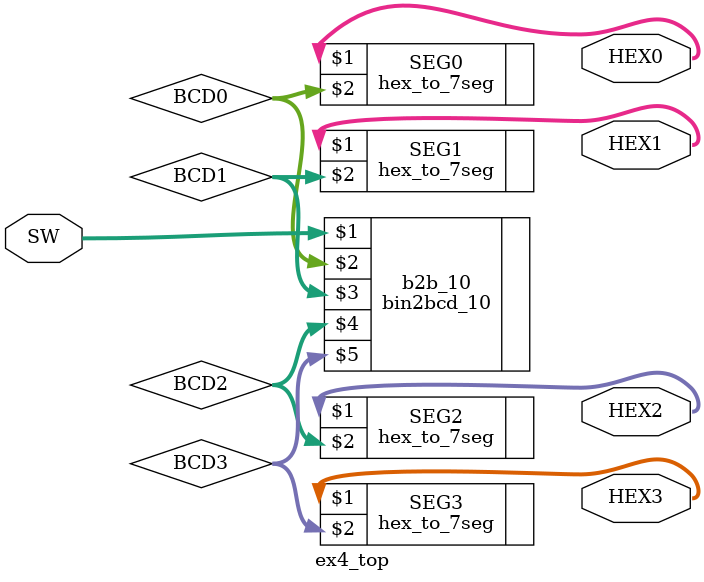
<source format=v>
module ex4_top (SW, HEX0, HEX1, HEX2, HEX3);
	input [9:0] SW;
	output [6:0] HEX0, HEX1, HEX2, HEX3;
	wire [3:0] BCD0, BCD1, BCD2, BCD3;
	
	bin2bcd_10 b2b_10 (SW, BCD0, BCD1, BCD2, BCD3);
	
	hex_to_7seg SEG0 (HEX0, BCD0);
	hex_to_7seg SEG1 (HEX1, BCD1);
	hex_to_7seg SEG2 (HEX2, BCD2);
	hex_to_7seg SEG3 (HEX3, BCD3);
	
	
endmodule
</source>
